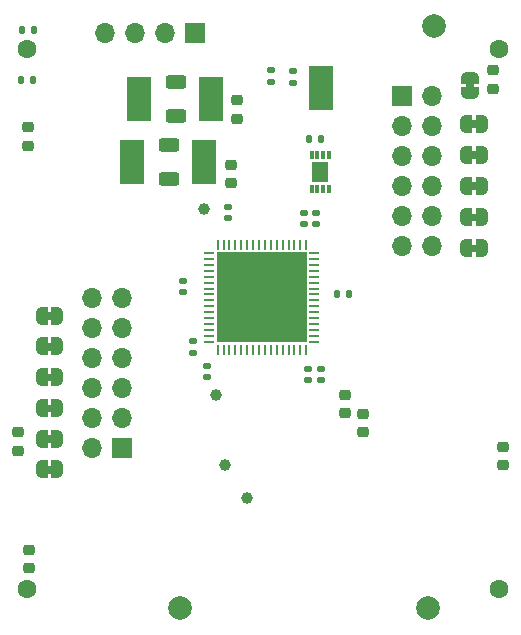
<source format=gbr>
%TF.GenerationSoftware,KiCad,Pcbnew,8.0.8-8.0.8-0~ubuntu22.04.1*%
%TF.CreationDate,2025-02-25T18:12:58-05:00*%
%TF.ProjectId,breakout-qfn,62726561-6b6f-4757-942d-71666e2e6b69,2.0*%
%TF.SameCoordinates,PX2b64660PY42c1d80*%
%TF.FileFunction,Soldermask,Top*%
%TF.FilePolarity,Negative*%
%FSLAX46Y46*%
G04 Gerber Fmt 4.6, Leading zero omitted, Abs format (unit mm)*
G04 Created by KiCad (PCBNEW 8.0.8-8.0.8-0~ubuntu22.04.1) date 2025-02-25 18:12:58*
%MOMM*%
%LPD*%
G01*
G04 APERTURE LIST*
G04 Aperture macros list*
%AMRoundRect*
0 Rectangle with rounded corners*
0 $1 Rounding radius*
0 $2 $3 $4 $5 $6 $7 $8 $9 X,Y pos of 4 corners*
0 Add a 4 corners polygon primitive as box body*
4,1,4,$2,$3,$4,$5,$6,$7,$8,$9,$2,$3,0*
0 Add four circle primitives for the rounded corners*
1,1,$1+$1,$2,$3*
1,1,$1+$1,$4,$5*
1,1,$1+$1,$6,$7*
1,1,$1+$1,$8,$9*
0 Add four rect primitives between the rounded corners*
20,1,$1+$1,$2,$3,$4,$5,0*
20,1,$1+$1,$4,$5,$6,$7,0*
20,1,$1+$1,$6,$7,$8,$9,0*
20,1,$1+$1,$8,$9,$2,$3,0*%
%AMFreePoly0*
4,1,19,0.500000,-0.750000,0.000000,-0.750000,0.000000,-0.744911,-0.071157,-0.744911,-0.207708,-0.704816,-0.327430,-0.627875,-0.420627,-0.520320,-0.479746,-0.390866,-0.500000,-0.250000,-0.500000,0.250000,-0.479746,0.390866,-0.420627,0.520320,-0.327430,0.627875,-0.207708,0.704816,-0.071157,0.744911,0.000000,0.744911,0.000000,0.750000,0.500000,0.750000,0.500000,-0.750000,0.500000,-0.750000,
$1*%
%AMFreePoly1*
4,1,19,0.000000,0.744911,0.071157,0.744911,0.207708,0.704816,0.327430,0.627875,0.420627,0.520320,0.479746,0.390866,0.500000,0.250000,0.500000,-0.250000,0.479746,-0.390866,0.420627,-0.520320,0.327430,-0.627875,0.207708,-0.704816,0.071157,-0.744911,0.000000,-0.744911,0.000000,-0.750000,-0.500000,-0.750000,-0.500000,0.750000,0.000000,0.750000,0.000000,0.744911,0.000000,0.744911,
$1*%
G04 Aperture macros list end*
%ADD10C,0.050000*%
%ADD11RoundRect,0.140000X0.170000X-0.140000X0.170000X0.140000X-0.170000X0.140000X-0.170000X-0.140000X0*%
%ADD12RoundRect,0.140000X0.140000X0.170000X-0.140000X0.170000X-0.140000X-0.170000X0.140000X-0.170000X0*%
%ADD13FreePoly0,0.000000*%
%ADD14FreePoly1,0.000000*%
%ADD15R,2.000000X3.800000*%
%ADD16FreePoly0,180.000000*%
%ADD17FreePoly1,180.000000*%
%ADD18R,1.700000X1.700000*%
%ADD19O,1.700000X1.700000*%
%ADD20RoundRect,0.225000X-0.250000X0.225000X-0.250000X-0.225000X0.250000X-0.225000X0.250000X0.225000X0*%
%ADD21RoundRect,0.140000X-0.170000X0.140000X-0.170000X-0.140000X0.170000X-0.140000X0.170000X0.140000X0*%
%ADD22C,1.000000*%
%ADD23RoundRect,0.135000X0.135000X0.185000X-0.135000X0.185000X-0.135000X-0.185000X0.135000X-0.185000X0*%
%ADD24C,2.000000*%
%ADD25RoundRect,0.062500X0.362500X0.062500X-0.362500X0.062500X-0.362500X-0.062500X0.362500X-0.062500X0*%
%ADD26RoundRect,0.062500X0.062500X0.362500X-0.062500X0.362500X-0.062500X-0.362500X0.062500X-0.362500X0*%
%ADD27R,7.650000X7.650000*%
%ADD28R,0.300000X0.750000*%
%ADD29R,1.450000X1.750000*%
%ADD30RoundRect,0.250000X-0.625000X0.312500X-0.625000X-0.312500X0.625000X-0.312500X0.625000X0.312500X0*%
%ADD31RoundRect,0.225000X0.250000X-0.225000X0.250000X0.225000X-0.250000X0.225000X-0.250000X-0.225000X0*%
%ADD32FreePoly0,90.000000*%
%ADD33FreePoly1,90.000000*%
%ADD34RoundRect,0.250000X0.625000X-0.312500X0.625000X0.312500X-0.625000X0.312500X-0.625000X-0.312500X0*%
%ADD35RoundRect,0.135000X-0.185000X0.135000X-0.185000X-0.135000X0.185000X-0.135000X0.185000X0.135000X0*%
%ADD36C,1.600000*%
G04 APERTURE END LIST*
%TO.C,JP10*%
D10*
X88170000Y-29845000D02*
X88570000Y-29845000D01*
X88570000Y-30405000D01*
X88170000Y-30405000D01*
X88170000Y-29845000D01*
G36*
X88170000Y-29845000D02*
G01*
X88570000Y-29845000D01*
X88570000Y-30405000D01*
X88170000Y-30405000D01*
X88170000Y-29845000D01*
G37*
%TO.C,JP7*%
X88170000Y-37720000D02*
X88570000Y-37720000D01*
X88570000Y-38280000D01*
X88170000Y-38280000D01*
X88170000Y-37720000D01*
G36*
X88170000Y-37720000D02*
G01*
X88570000Y-37720000D01*
X88570000Y-38280000D01*
X88170000Y-38280000D01*
X88170000Y-37720000D01*
G37*
%TO.C,JP1*%
X52580000Y-44030000D02*
X52180000Y-44030000D01*
X52180000Y-43470000D01*
X52580000Y-43470000D01*
X52580000Y-44030000D01*
G36*
X52580000Y-44030000D02*
G01*
X52180000Y-44030000D01*
X52180000Y-43470000D01*
X52580000Y-43470000D01*
X52580000Y-44030000D01*
G37*
%TO.C,JP6*%
X52580000Y-57030000D02*
X52180000Y-57030000D01*
X52180000Y-56470000D01*
X52580000Y-56470000D01*
X52580000Y-57030000D01*
G36*
X52580000Y-57030000D02*
G01*
X52180000Y-57030000D01*
X52180000Y-56470000D01*
X52580000Y-56470000D01*
X52580000Y-57030000D01*
G37*
%TO.C,JP4*%
X52580000Y-51830000D02*
X52180000Y-51830000D01*
X52180000Y-51270000D01*
X52580000Y-51270000D01*
X52580000Y-51830000D01*
G36*
X52580000Y-51830000D02*
G01*
X52180000Y-51830000D01*
X52180000Y-51270000D01*
X52580000Y-51270000D01*
X52580000Y-51830000D01*
G37*
%TO.C,JP9*%
X88170000Y-32470000D02*
X88570000Y-32470000D01*
X88570000Y-33030000D01*
X88170000Y-33030000D01*
X88170000Y-32470000D01*
G36*
X88170000Y-32470000D02*
G01*
X88570000Y-32470000D01*
X88570000Y-33030000D01*
X88170000Y-33030000D01*
X88170000Y-32470000D01*
G37*
%TO.C,JP8*%
X88170000Y-35095000D02*
X88570000Y-35095000D01*
X88570000Y-35655000D01*
X88170000Y-35655000D01*
X88170000Y-35095000D01*
G36*
X88170000Y-35095000D02*
G01*
X88570000Y-35095000D01*
X88570000Y-35655000D01*
X88170000Y-35655000D01*
X88170000Y-35095000D01*
G37*
%TO.C,JP3*%
X52580000Y-49230000D02*
X52180000Y-49230000D01*
X52180000Y-48670000D01*
X52580000Y-48670000D01*
X52580000Y-49230000D01*
G36*
X52580000Y-49230000D02*
G01*
X52180000Y-49230000D01*
X52180000Y-48670000D01*
X52580000Y-48670000D01*
X52580000Y-49230000D01*
G37*
%TO.C,JP5*%
X52580000Y-54430000D02*
X52180000Y-54430000D01*
X52180000Y-53870000D01*
X52580000Y-53870000D01*
X52580000Y-54430000D01*
G36*
X52580000Y-54430000D02*
G01*
X52180000Y-54430000D01*
X52180000Y-53870000D01*
X52580000Y-53870000D01*
X52580000Y-54430000D01*
G37*
%TO.C,JP11*%
X88170000Y-27220000D02*
X88570000Y-27220000D01*
X88570000Y-27780000D01*
X88170000Y-27780000D01*
X88170000Y-27220000D01*
G36*
X88170000Y-27220000D02*
G01*
X88570000Y-27220000D01*
X88570000Y-27780000D01*
X88170000Y-27780000D01*
X88170000Y-27220000D01*
G37*
%TO.C,JP12*%
X87720000Y-24430000D02*
X88280000Y-24430000D01*
X88280000Y-24030000D01*
X87720000Y-24030000D01*
X87720000Y-24430000D01*
G36*
X87720000Y-24430000D02*
G01*
X88280000Y-24430000D01*
X88280000Y-24030000D01*
X87720000Y-24030000D01*
X87720000Y-24430000D01*
G37*
%TO.C,JP2*%
X52580000Y-46630000D02*
X52180000Y-46630000D01*
X52180000Y-46070000D01*
X52580000Y-46070000D01*
X52580000Y-46630000D01*
G36*
X52580000Y-46630000D02*
G01*
X52180000Y-46630000D01*
X52180000Y-46070000D01*
X52580000Y-46070000D01*
X52580000Y-46630000D01*
G37*
%TD*%
D11*
%TO.C,C5*%
X74300000Y-49180000D03*
X74300000Y-48220000D03*
%TD*%
%TO.C,C4*%
X65750000Y-48980000D03*
X65750000Y-48020000D03*
%TD*%
%TO.C,C8*%
X75400000Y-49180000D03*
X75400000Y-48220000D03*
%TD*%
%TO.C,C6*%
X74000000Y-35980000D03*
X74000000Y-35020000D03*
%TD*%
%TO.C,C10*%
X67500000Y-35480000D03*
X67500000Y-34520000D03*
%TD*%
D12*
%TO.C,C13*%
X77730000Y-41900000D03*
X76770000Y-41900000D03*
%TD*%
D13*
%TO.C,JP10*%
X87700000Y-30125000D03*
D14*
X89000000Y-30125000D03*
%TD*%
D13*
%TO.C,JP7*%
X87700000Y-38000000D03*
D14*
X89000000Y-38000000D03*
%TD*%
D15*
%TO.C,TP3*%
X60000000Y-25400000D03*
%TD*%
%TO.C,TP2*%
X65500000Y-30750000D03*
%TD*%
D16*
%TO.C,JP1*%
X53050000Y-43750000D03*
D17*
X51750000Y-43750000D03*
%TD*%
D16*
%TO.C,JP6*%
X53050000Y-56750000D03*
D17*
X51750000Y-56750000D03*
%TD*%
D16*
%TO.C,JP4*%
X53050000Y-51550000D03*
D17*
X51750000Y-51550000D03*
%TD*%
D18*
%TO.C,J3*%
X82250000Y-25130000D03*
D19*
X84790000Y-25130000D03*
X82250000Y-27670000D03*
X84790000Y-27670000D03*
X82250000Y-30210000D03*
X84790000Y-30210000D03*
X82250000Y-32750000D03*
X84790000Y-32750000D03*
X82250000Y-35290000D03*
X84790000Y-35290000D03*
X82250000Y-37830000D03*
X84790000Y-37830000D03*
%TD*%
D20*
%TO.C,C19*%
X77400000Y-50425000D03*
X77400000Y-51975000D03*
%TD*%
D18*
%TO.C,J2*%
X58540000Y-54910000D03*
D19*
X56000000Y-54910000D03*
X58540000Y-52370000D03*
X56000000Y-52370000D03*
X58540000Y-49830000D03*
X56000000Y-49830000D03*
X58540000Y-47290000D03*
X56000000Y-47290000D03*
X58540000Y-44750000D03*
X56000000Y-44750000D03*
X58540000Y-42210000D03*
X56000000Y-42210000D03*
%TD*%
D21*
%TO.C,C7*%
X75000000Y-35020000D03*
X75000000Y-35980000D03*
%TD*%
D22*
%TO.C,TP8*%
X69100000Y-59200000D03*
%TD*%
D23*
%TO.C,R1*%
X51010000Y-23800000D03*
X49990000Y-23800000D03*
%TD*%
D24*
%TO.C,FID2*%
X85000000Y-19250000D03*
%TD*%
D13*
%TO.C,JP9*%
X87700000Y-32750000D03*
D14*
X89000000Y-32750000D03*
%TD*%
D20*
%TO.C,C14*%
X50700000Y-63575000D03*
X50700000Y-65125000D03*
%TD*%
%TO.C,C2*%
X67750000Y-30975000D03*
X67750000Y-32525000D03*
%TD*%
D25*
%TO.C,U1*%
X74850000Y-45950000D03*
X74850000Y-45450000D03*
X74850000Y-44950000D03*
X74850000Y-44450000D03*
X74850000Y-43950000D03*
X74850000Y-43450000D03*
X74850000Y-42950000D03*
X74850000Y-42450000D03*
X74850000Y-41950000D03*
X74850000Y-41450000D03*
X74850000Y-40950000D03*
X74850000Y-40450000D03*
X74850000Y-39950000D03*
X74850000Y-39450000D03*
X74850000Y-38950000D03*
X74850000Y-38450000D03*
D26*
X74150000Y-37750000D03*
X73650000Y-37750000D03*
X73150000Y-37750000D03*
X72650000Y-37750000D03*
X72150000Y-37750000D03*
X71650000Y-37750000D03*
X71150000Y-37750000D03*
X70650000Y-37750000D03*
X70150000Y-37750000D03*
X69650000Y-37750000D03*
X69150000Y-37750000D03*
X68650000Y-37750000D03*
X68150000Y-37750000D03*
X67650000Y-37750000D03*
X67150000Y-37750000D03*
X66650000Y-37750000D03*
D25*
X65950000Y-38450000D03*
X65950000Y-38950000D03*
X65950000Y-39450000D03*
X65950000Y-39950000D03*
X65950000Y-40450000D03*
X65950000Y-40950000D03*
X65950000Y-41450000D03*
X65950000Y-41950000D03*
X65950000Y-42450000D03*
X65950000Y-42950000D03*
X65950000Y-43450000D03*
X65950000Y-43950000D03*
X65950000Y-44450000D03*
X65950000Y-44950000D03*
X65950000Y-45450000D03*
X65950000Y-45950000D03*
D26*
X66650000Y-46650000D03*
X67150000Y-46650000D03*
X67650000Y-46650000D03*
X68150000Y-46650000D03*
X68650000Y-46650000D03*
X69150000Y-46650000D03*
X69650000Y-46650000D03*
X70150000Y-46650000D03*
X70650000Y-46650000D03*
X71150000Y-46650000D03*
X71650000Y-46650000D03*
X72150000Y-46650000D03*
X72650000Y-46650000D03*
X73150000Y-46650000D03*
X73650000Y-46650000D03*
X74150000Y-46650000D03*
D27*
X70400000Y-42200000D03*
%TD*%
D13*
%TO.C,JP8*%
X87700000Y-35375000D03*
D14*
X89000000Y-35375000D03*
%TD*%
D16*
%TO.C,JP3*%
X53050000Y-48950000D03*
D17*
X51750000Y-48950000D03*
%TD*%
D22*
%TO.C,TP7*%
X67300000Y-56400000D03*
%TD*%
D16*
%TO.C,JP5*%
X53050000Y-54150000D03*
D17*
X51750000Y-54150000D03*
%TD*%
D28*
%TO.C,U2*%
X74600000Y-33000000D03*
X75100000Y-33000000D03*
X75600000Y-33000000D03*
X76100000Y-33000000D03*
X76100000Y-30100000D03*
X75600000Y-30100000D03*
X75100000Y-30100000D03*
X74600000Y-30100000D03*
D29*
X75350000Y-31550000D03*
%TD*%
D24*
%TO.C,FID1*%
X63500000Y-68500000D03*
%TD*%
D30*
%TO.C,R3*%
X63100000Y-23937500D03*
X63100000Y-26862500D03*
%TD*%
D11*
%TO.C,C11*%
X63700000Y-41730000D03*
X63700000Y-40770000D03*
%TD*%
D13*
%TO.C,JP11*%
X87700000Y-27500000D03*
D14*
X89000000Y-27500000D03*
%TD*%
D31*
%TO.C,C17*%
X49750000Y-55175000D03*
X49750000Y-53625000D03*
%TD*%
D21*
%TO.C,C12*%
X64600000Y-45920000D03*
X64600000Y-46880000D03*
%TD*%
D20*
%TO.C,C3*%
X68300000Y-25525000D03*
X68300000Y-27075000D03*
%TD*%
D32*
%TO.C,JP12*%
X88000000Y-24900000D03*
D33*
X88000000Y-23600000D03*
%TD*%
D31*
%TO.C,C16*%
X90850000Y-56425000D03*
X90850000Y-54875000D03*
%TD*%
D22*
%TO.C,TP6*%
X66500000Y-50500000D03*
%TD*%
D15*
%TO.C,TP4*%
X59400000Y-30750000D03*
%TD*%
D34*
%TO.C,R4*%
X62500000Y-32212500D03*
X62500000Y-29287500D03*
%TD*%
D22*
%TO.C,TP5*%
X65500000Y-34750000D03*
%TD*%
D24*
%TO.C,FID3*%
X84500000Y-68500000D03*
%TD*%
D18*
%TO.C,J1*%
X64750000Y-19800000D03*
D19*
X62210000Y-19800000D03*
X59670000Y-19800000D03*
X57130000Y-19800000D03*
%TD*%
D20*
%TO.C,C1*%
X90000000Y-22975000D03*
X90000000Y-24525000D03*
%TD*%
D16*
%TO.C,JP2*%
X53050000Y-46350000D03*
D17*
X51750000Y-46350000D03*
%TD*%
D23*
%TO.C,R2*%
X51110000Y-19600000D03*
X50090000Y-19600000D03*
%TD*%
D35*
%TO.C,R7*%
X73000000Y-22990000D03*
X73000000Y-24010000D03*
%TD*%
%TO.C,R6*%
X71150000Y-22980000D03*
X71150000Y-24000000D03*
%TD*%
D15*
%TO.C,TP9*%
X75400000Y-24500000D03*
%TD*%
D31*
%TO.C,C15*%
X50600000Y-29350000D03*
X50600000Y-27800000D03*
%TD*%
D12*
%TO.C,C9*%
X75380000Y-28800000D03*
X74420000Y-28800000D03*
%TD*%
D15*
%TO.C,TP1*%
X66100000Y-25400000D03*
%TD*%
D31*
%TO.C,C18*%
X78950000Y-53625000D03*
X78950000Y-52075000D03*
%TD*%
D36*
%TO.C,CON2*%
X90500000Y-66860000D03*
X90500000Y-21140000D03*
%TD*%
%TO.C,CON1*%
X50500000Y-66860000D03*
X50500000Y-21140000D03*
%TD*%
M02*

</source>
